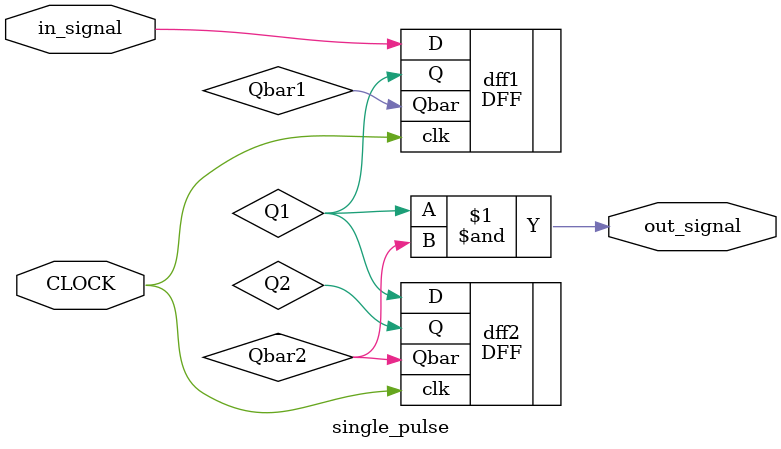
<source format=v>
`timescale 1ns / 1ps


module single_pulse(
        input CLOCK, 
        input in_signal,
        output out_signal
    );
    wire Q1, Q2, Qbar1, Qbar2;
    
    DFF dff1( .D(in_signal), .clk(CLOCK), .Q(Q1), .Qbar(Qbar1) );
    DFF dff2( .D(Q1), .clk(CLOCK), .Q(Q2), .Qbar(Qbar2) );
    
    assign out_signal = Q1 & Qbar2;
endmodule

</source>
